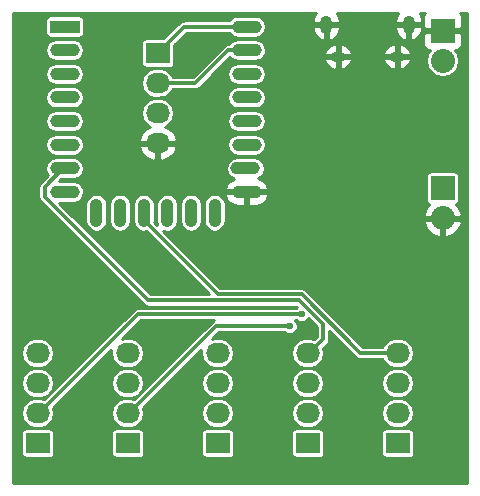
<source format=gbl>
%TF.GenerationSoftware,KiCad,Pcbnew,4.0.2+dfsg1-stable*%
%TF.CreationDate,2016-09-15T08:37:13+02:00*%
%TF.ProjectId,esp8266-io-board,657370383236362D696F2D626F617264,rev?*%
%TF.FileFunction,Copper,L2,Bot,Signal*%
%FSLAX46Y46*%
G04 Gerber Fmt 4.6, Leading zero omitted, Abs format (unit mm)*
G04 Created by KiCad (PCBNEW 4.0.2+dfsg1-stable) date Thu Sep 15 08:37:13 2016*
%MOMM*%
G01*
G04 APERTURE LIST*
%ADD10C,0.350000*%
%ADD11O,1.250000X0.950000*%
%ADD12O,1.000000X1.550000*%
%ADD13R,2.032000X1.727200*%
%ADD14O,2.032000X1.727200*%
%ADD15R,2.032000X2.032000*%
%ADD16O,2.032000X2.032000*%
%ADD17R,2.500000X1.100000*%
%ADD18O,2.500000X1.100000*%
%ADD19O,1.100000X2.400000*%
%ADD20C,0.600000*%
%ADD21C,0.304800*%
%ADD22C,0.254000*%
%ADD23C,0.350000*%
%ADD24O,0.850000X0.550000*%
%ADD25O,0.500000X1.150000*%
G04 APERTURE END LIST*
D10*
D11*
X159979900Y-80302540D03*
X154979900Y-80302540D03*
D12*
X160979900Y-77602540D03*
X153979900Y-77602540D03*
D13*
X144780000Y-113030000D03*
D14*
X144780000Y-110490000D03*
X144780000Y-107950000D03*
X144780000Y-105410000D03*
D13*
X137160000Y-113030000D03*
D14*
X137160000Y-110490000D03*
X137160000Y-107950000D03*
X137160000Y-105410000D03*
D13*
X129540000Y-113030000D03*
D14*
X129540000Y-110490000D03*
X129540000Y-107950000D03*
X129540000Y-105410000D03*
D13*
X152400000Y-113030000D03*
D14*
X152400000Y-110490000D03*
X152400000Y-107950000D03*
X152400000Y-105410000D03*
D13*
X160020000Y-113030000D03*
D14*
X160020000Y-110490000D03*
X160020000Y-107950000D03*
X160020000Y-105410000D03*
D15*
X163830000Y-78105000D03*
D16*
X163830000Y-80645000D03*
D17*
X131837000Y-77766300D03*
D18*
X131837000Y-79766300D03*
X131837000Y-81766300D03*
X131837000Y-83766300D03*
X131837000Y-85766300D03*
X131837000Y-87766300D03*
X131837000Y-89766300D03*
X131837000Y-91766300D03*
D19*
X134527000Y-93516300D03*
X136527000Y-93516300D03*
X138527000Y-93516300D03*
X140527000Y-93516300D03*
X142527000Y-93516300D03*
X144527000Y-93516300D03*
D18*
X147237000Y-91766300D03*
X147137000Y-89766300D03*
X147237000Y-87766300D03*
X147237000Y-85766300D03*
X147237000Y-83766300D03*
X147237000Y-81766300D03*
X147237000Y-79766300D03*
X147237000Y-77766300D03*
D15*
X163830000Y-91440000D03*
D16*
X163830000Y-93980000D03*
D13*
X139700000Y-80010000D03*
D14*
X139700000Y-82550000D03*
X139700000Y-85090000D03*
X139700000Y-87630000D03*
D20*
X153416000Y-100329994D03*
X146303994Y-99568000D03*
X156248000Y-93980000D03*
X154616000Y-90866700D03*
X151892006Y-102108000D03*
X150876000Y-103124000D03*
D21*
X142898000Y-82550000D02*
X139700000Y-82550000D01*
X145682000Y-79766300D02*
X142898000Y-82550000D01*
X146537000Y-79766300D02*
X145682000Y-79766300D01*
X141944000Y-77766300D02*
X139700000Y-80010000D01*
X146537000Y-77766300D02*
X141944000Y-77766300D01*
X138074400Y-102108000D02*
X138430000Y-102108000D01*
X138430000Y-102108000D02*
X151467742Y-102108000D01*
X129540000Y-110490000D02*
X129692400Y-110490000D01*
X129692400Y-110490000D02*
X138074400Y-102108000D01*
X151467742Y-102108000D02*
X151892006Y-102108000D01*
X144780000Y-103124000D02*
X150451736Y-103124000D01*
X137312400Y-110490000D02*
X144678400Y-103124000D01*
X137160000Y-110490000D02*
X137312400Y-110490000D01*
X144678400Y-103124000D02*
X144780000Y-103124000D01*
X150451736Y-103124000D02*
X150876000Y-103124000D01*
X152552400Y-105410000D02*
X152400000Y-105410000D01*
X130129790Y-92183500D02*
X138890678Y-100944388D01*
X138890678Y-100944388D02*
X151698680Y-100944388D01*
X153720800Y-102966508D02*
X153720800Y-104241600D01*
X132537000Y-89766300D02*
X131712590Y-89766300D01*
X131712590Y-89766300D02*
X130129790Y-91349100D01*
X153720800Y-104241600D02*
X152552400Y-105410000D01*
X130129790Y-91349100D02*
X130129790Y-92183500D01*
X151698680Y-100944388D02*
X153720800Y-102966508D01*
X138527000Y-93516300D02*
X138527000Y-94166300D01*
X158699200Y-105410000D02*
X160020000Y-105410000D01*
X156882728Y-105410000D02*
X158699200Y-105410000D01*
X151909105Y-100436377D02*
X156882728Y-105410000D01*
X138527000Y-94166300D02*
X144797077Y-100436377D01*
X144797077Y-100436377D02*
X151909105Y-100436377D01*
X129540000Y-107950000D02*
X129692400Y-107950000D01*
X137160000Y-107950000D02*
X137312400Y-107950000D01*
D22*
G36*
X152979898Y-76775862D02*
X152844900Y-77200540D01*
X152844900Y-77475540D01*
X153852900Y-77475540D01*
X153852900Y-77455540D01*
X154106900Y-77455540D01*
X154106900Y-77475540D01*
X155114900Y-77475540D01*
X155114900Y-77200540D01*
X154979902Y-76775862D01*
X154878845Y-76656000D01*
X160080955Y-76656000D01*
X159979898Y-76775862D01*
X159844900Y-77200540D01*
X159844900Y-77475540D01*
X160852900Y-77475540D01*
X160852900Y-77455540D01*
X161106900Y-77455540D01*
X161106900Y-77475540D01*
X162114900Y-77475540D01*
X162114900Y-77200540D01*
X161979902Y-76775862D01*
X161878845Y-76656000D01*
X162348974Y-76656000D01*
X162275673Y-76729301D01*
X162179000Y-76962690D01*
X162179000Y-77819250D01*
X162337750Y-77978000D01*
X163703000Y-77978000D01*
X163703000Y-77958000D01*
X163957000Y-77958000D01*
X163957000Y-77978000D01*
X165322250Y-77978000D01*
X165481000Y-77819250D01*
X165481000Y-76962690D01*
X165384327Y-76729301D01*
X165311026Y-76656000D01*
X165914000Y-76656000D01*
X165914000Y-116384000D01*
X127456000Y-116384000D01*
X127456000Y-112166400D01*
X128135536Y-112166400D01*
X128135536Y-113893600D01*
X128162103Y-114034790D01*
X128245546Y-114164465D01*
X128372866Y-114251459D01*
X128524000Y-114282064D01*
X130556000Y-114282064D01*
X130697190Y-114255497D01*
X130826865Y-114172054D01*
X130913859Y-114044734D01*
X130944464Y-113893600D01*
X130944464Y-112166400D01*
X135755536Y-112166400D01*
X135755536Y-113893600D01*
X135782103Y-114034790D01*
X135865546Y-114164465D01*
X135992866Y-114251459D01*
X136144000Y-114282064D01*
X138176000Y-114282064D01*
X138317190Y-114255497D01*
X138446865Y-114172054D01*
X138533859Y-114044734D01*
X138564464Y-113893600D01*
X138564464Y-112166400D01*
X143375536Y-112166400D01*
X143375536Y-113893600D01*
X143402103Y-114034790D01*
X143485546Y-114164465D01*
X143612866Y-114251459D01*
X143764000Y-114282064D01*
X145796000Y-114282064D01*
X145937190Y-114255497D01*
X146066865Y-114172054D01*
X146153859Y-114044734D01*
X146184464Y-113893600D01*
X146184464Y-112166400D01*
X150995536Y-112166400D01*
X150995536Y-113893600D01*
X151022103Y-114034790D01*
X151105546Y-114164465D01*
X151232866Y-114251459D01*
X151384000Y-114282064D01*
X153416000Y-114282064D01*
X153557190Y-114255497D01*
X153686865Y-114172054D01*
X153773859Y-114044734D01*
X153804464Y-113893600D01*
X153804464Y-112166400D01*
X158615536Y-112166400D01*
X158615536Y-113893600D01*
X158642103Y-114034790D01*
X158725546Y-114164465D01*
X158852866Y-114251459D01*
X159004000Y-114282064D01*
X161036000Y-114282064D01*
X161177190Y-114255497D01*
X161306865Y-114172054D01*
X161393859Y-114044734D01*
X161424464Y-113893600D01*
X161424464Y-112166400D01*
X161397897Y-112025210D01*
X161314454Y-111895535D01*
X161187134Y-111808541D01*
X161036000Y-111777936D01*
X159004000Y-111777936D01*
X158862810Y-111804503D01*
X158733135Y-111887946D01*
X158646141Y-112015266D01*
X158615536Y-112166400D01*
X153804464Y-112166400D01*
X153777897Y-112025210D01*
X153694454Y-111895535D01*
X153567134Y-111808541D01*
X153416000Y-111777936D01*
X151384000Y-111777936D01*
X151242810Y-111804503D01*
X151113135Y-111887946D01*
X151026141Y-112015266D01*
X150995536Y-112166400D01*
X146184464Y-112166400D01*
X146157897Y-112025210D01*
X146074454Y-111895535D01*
X145947134Y-111808541D01*
X145796000Y-111777936D01*
X143764000Y-111777936D01*
X143622810Y-111804503D01*
X143493135Y-111887946D01*
X143406141Y-112015266D01*
X143375536Y-112166400D01*
X138564464Y-112166400D01*
X138537897Y-112025210D01*
X138454454Y-111895535D01*
X138327134Y-111808541D01*
X138176000Y-111777936D01*
X136144000Y-111777936D01*
X136002810Y-111804503D01*
X135873135Y-111887946D01*
X135786141Y-112015266D01*
X135755536Y-112166400D01*
X130944464Y-112166400D01*
X130917897Y-112025210D01*
X130834454Y-111895535D01*
X130707134Y-111808541D01*
X130556000Y-111777936D01*
X128524000Y-111777936D01*
X128382810Y-111804503D01*
X128253135Y-111887946D01*
X128166141Y-112015266D01*
X128135536Y-112166400D01*
X127456000Y-112166400D01*
X127456000Y-107950000D01*
X128115631Y-107950000D01*
X128210371Y-108426288D01*
X128480166Y-108830065D01*
X128883943Y-109099860D01*
X129360231Y-109194600D01*
X129719769Y-109194600D01*
X130196057Y-109099860D01*
X130594286Y-108833772D01*
X130105859Y-109322199D01*
X129719769Y-109245400D01*
X129360231Y-109245400D01*
X128883943Y-109340140D01*
X128480166Y-109609935D01*
X128210371Y-110013712D01*
X128115631Y-110490000D01*
X128210371Y-110966288D01*
X128480166Y-111370065D01*
X128883943Y-111639860D01*
X129360231Y-111734600D01*
X129719769Y-111734600D01*
X130196057Y-111639860D01*
X130599834Y-111370065D01*
X130869629Y-110966288D01*
X130964369Y-110490000D01*
X130878489Y-110058253D01*
X135787499Y-105149243D01*
X135735631Y-105410000D01*
X135830371Y-105886288D01*
X136100166Y-106290065D01*
X136503943Y-106559860D01*
X136980231Y-106654600D01*
X137339769Y-106654600D01*
X137816057Y-106559860D01*
X138219834Y-106290065D01*
X138489629Y-105886288D01*
X138584369Y-105410000D01*
X138489629Y-104933712D01*
X138219834Y-104529935D01*
X137816057Y-104260140D01*
X137339769Y-104165400D01*
X136980231Y-104165400D01*
X136719474Y-104217268D01*
X138295342Y-102641400D01*
X144459016Y-102641400D01*
X144301229Y-102746829D01*
X138223541Y-108824517D01*
X138489629Y-108426288D01*
X138584369Y-107950000D01*
X138489629Y-107473712D01*
X138219834Y-107069935D01*
X137816057Y-106800140D01*
X137339769Y-106705400D01*
X136980231Y-106705400D01*
X136503943Y-106800140D01*
X136100166Y-107069935D01*
X135830371Y-107473712D01*
X135735631Y-107950000D01*
X135830371Y-108426288D01*
X136100166Y-108830065D01*
X136503943Y-109099860D01*
X136980231Y-109194600D01*
X137339769Y-109194600D01*
X137816057Y-109099860D01*
X138214286Y-108833772D01*
X137725859Y-109322199D01*
X137339769Y-109245400D01*
X136980231Y-109245400D01*
X136503943Y-109340140D01*
X136100166Y-109609935D01*
X135830371Y-110013712D01*
X135735631Y-110490000D01*
X135830371Y-110966288D01*
X136100166Y-111370065D01*
X136503943Y-111639860D01*
X136980231Y-111734600D01*
X137339769Y-111734600D01*
X137816057Y-111639860D01*
X138219834Y-111370065D01*
X138489629Y-110966288D01*
X138584369Y-110490000D01*
X143355631Y-110490000D01*
X143450371Y-110966288D01*
X143720166Y-111370065D01*
X144123943Y-111639860D01*
X144600231Y-111734600D01*
X144959769Y-111734600D01*
X145436057Y-111639860D01*
X145839834Y-111370065D01*
X146109629Y-110966288D01*
X146204369Y-110490000D01*
X150975631Y-110490000D01*
X151070371Y-110966288D01*
X151340166Y-111370065D01*
X151743943Y-111639860D01*
X152220231Y-111734600D01*
X152579769Y-111734600D01*
X153056057Y-111639860D01*
X153459834Y-111370065D01*
X153729629Y-110966288D01*
X153824369Y-110490000D01*
X158595631Y-110490000D01*
X158690371Y-110966288D01*
X158960166Y-111370065D01*
X159363943Y-111639860D01*
X159840231Y-111734600D01*
X160199769Y-111734600D01*
X160676057Y-111639860D01*
X161079834Y-111370065D01*
X161349629Y-110966288D01*
X161444369Y-110490000D01*
X161349629Y-110013712D01*
X161079834Y-109609935D01*
X160676057Y-109340140D01*
X160199769Y-109245400D01*
X159840231Y-109245400D01*
X159363943Y-109340140D01*
X158960166Y-109609935D01*
X158690371Y-110013712D01*
X158595631Y-110490000D01*
X153824369Y-110490000D01*
X153729629Y-110013712D01*
X153459834Y-109609935D01*
X153056057Y-109340140D01*
X152579769Y-109245400D01*
X152220231Y-109245400D01*
X151743943Y-109340140D01*
X151340166Y-109609935D01*
X151070371Y-110013712D01*
X150975631Y-110490000D01*
X146204369Y-110490000D01*
X146109629Y-110013712D01*
X145839834Y-109609935D01*
X145436057Y-109340140D01*
X144959769Y-109245400D01*
X144600231Y-109245400D01*
X144123943Y-109340140D01*
X143720166Y-109609935D01*
X143450371Y-110013712D01*
X143355631Y-110490000D01*
X138584369Y-110490000D01*
X138498489Y-110058253D01*
X140606742Y-107950000D01*
X143355631Y-107950000D01*
X143450371Y-108426288D01*
X143720166Y-108830065D01*
X144123943Y-109099860D01*
X144600231Y-109194600D01*
X144959769Y-109194600D01*
X145436057Y-109099860D01*
X145839834Y-108830065D01*
X146109629Y-108426288D01*
X146204369Y-107950000D01*
X150975631Y-107950000D01*
X151070371Y-108426288D01*
X151340166Y-108830065D01*
X151743943Y-109099860D01*
X152220231Y-109194600D01*
X152579769Y-109194600D01*
X153056057Y-109099860D01*
X153459834Y-108830065D01*
X153729629Y-108426288D01*
X153824369Y-107950000D01*
X158595631Y-107950000D01*
X158690371Y-108426288D01*
X158960166Y-108830065D01*
X159363943Y-109099860D01*
X159840231Y-109194600D01*
X160199769Y-109194600D01*
X160676057Y-109099860D01*
X161079834Y-108830065D01*
X161349629Y-108426288D01*
X161444369Y-107950000D01*
X161349629Y-107473712D01*
X161079834Y-107069935D01*
X160676057Y-106800140D01*
X160199769Y-106705400D01*
X159840231Y-106705400D01*
X159363943Y-106800140D01*
X158960166Y-107069935D01*
X158690371Y-107473712D01*
X158595631Y-107950000D01*
X153824369Y-107950000D01*
X153729629Y-107473712D01*
X153459834Y-107069935D01*
X153056057Y-106800140D01*
X152579769Y-106705400D01*
X152220231Y-106705400D01*
X151743943Y-106800140D01*
X151340166Y-107069935D01*
X151070371Y-107473712D01*
X150975631Y-107950000D01*
X146204369Y-107950000D01*
X146109629Y-107473712D01*
X145839834Y-107069935D01*
X145436057Y-106800140D01*
X144959769Y-106705400D01*
X144600231Y-106705400D01*
X144123943Y-106800140D01*
X143720166Y-107069935D01*
X143450371Y-107473712D01*
X143355631Y-107950000D01*
X140606742Y-107950000D01*
X143407499Y-105149243D01*
X143355631Y-105410000D01*
X143450371Y-105886288D01*
X143720166Y-106290065D01*
X144123943Y-106559860D01*
X144600231Y-106654600D01*
X144959769Y-106654600D01*
X145436057Y-106559860D01*
X145839834Y-106290065D01*
X146109629Y-105886288D01*
X146204369Y-105410000D01*
X146109629Y-104933712D01*
X145839834Y-104529935D01*
X145436057Y-104260140D01*
X144959769Y-104165400D01*
X144600231Y-104165400D01*
X144339474Y-104217268D01*
X144899342Y-103657400D01*
X150446230Y-103657400D01*
X150489741Y-103700987D01*
X150739946Y-103804882D01*
X151010865Y-103805118D01*
X151261252Y-103701661D01*
X151452987Y-103510259D01*
X151556882Y-103260054D01*
X151557118Y-102989135D01*
X151453661Y-102738748D01*
X151356482Y-102641400D01*
X151462236Y-102641400D01*
X151505747Y-102684987D01*
X151755952Y-102788882D01*
X152026871Y-102789118D01*
X152277258Y-102685661D01*
X152468993Y-102494259D01*
X152476392Y-102476441D01*
X153187400Y-103187449D01*
X153187400Y-104020658D01*
X152965859Y-104242199D01*
X152579769Y-104165400D01*
X152220231Y-104165400D01*
X151743943Y-104260140D01*
X151340166Y-104529935D01*
X151070371Y-104933712D01*
X150975631Y-105410000D01*
X151070371Y-105886288D01*
X151340166Y-106290065D01*
X151743943Y-106559860D01*
X152220231Y-106654600D01*
X152579769Y-106654600D01*
X153056057Y-106559860D01*
X153459834Y-106290065D01*
X153729629Y-105886288D01*
X153824369Y-105410000D01*
X153738489Y-104978253D01*
X154097971Y-104618771D01*
X154213597Y-104445723D01*
X154254200Y-104241600D01*
X154254200Y-103535814D01*
X156505557Y-105787171D01*
X156678605Y-105902797D01*
X156882728Y-105943400D01*
X158728532Y-105943400D01*
X158960166Y-106290065D01*
X159363943Y-106559860D01*
X159840231Y-106654600D01*
X160199769Y-106654600D01*
X160676057Y-106559860D01*
X161079834Y-106290065D01*
X161349629Y-105886288D01*
X161444369Y-105410000D01*
X161349629Y-104933712D01*
X161079834Y-104529935D01*
X160676057Y-104260140D01*
X160199769Y-104165400D01*
X159840231Y-104165400D01*
X159363943Y-104260140D01*
X158960166Y-104529935D01*
X158728532Y-104876600D01*
X157103670Y-104876600D01*
X152286276Y-100059206D01*
X152113228Y-99943580D01*
X151909105Y-99902977D01*
X145018019Y-99902977D01*
X140172877Y-95057835D01*
X140527000Y-95128274D01*
X140883278Y-95057406D01*
X141185316Y-94855590D01*
X141387132Y-94553552D01*
X141458000Y-94197274D01*
X141458000Y-92835326D01*
X141596000Y-92835326D01*
X141596000Y-94197274D01*
X141666868Y-94553552D01*
X141868684Y-94855590D01*
X142170722Y-95057406D01*
X142527000Y-95128274D01*
X142883278Y-95057406D01*
X143185316Y-94855590D01*
X143387132Y-94553552D01*
X143458000Y-94197274D01*
X143458000Y-92835326D01*
X143596000Y-92835326D01*
X143596000Y-94197274D01*
X143666868Y-94553552D01*
X143868684Y-94855590D01*
X144170722Y-95057406D01*
X144527000Y-95128274D01*
X144883278Y-95057406D01*
X145185316Y-94855590D01*
X145387132Y-94553552D01*
X145425046Y-94362944D01*
X162224025Y-94362944D01*
X162423615Y-94844818D01*
X162861621Y-95317188D01*
X163447054Y-95585983D01*
X163703000Y-95467367D01*
X163703000Y-94107000D01*
X163957000Y-94107000D01*
X163957000Y-95467367D01*
X164212946Y-95585983D01*
X164798379Y-95317188D01*
X165236385Y-94844818D01*
X165435975Y-94362944D01*
X165316836Y-94107000D01*
X163957000Y-94107000D01*
X163703000Y-94107000D01*
X162343164Y-94107000D01*
X162224025Y-94362944D01*
X145425046Y-94362944D01*
X145458000Y-94197274D01*
X145458000Y-93597056D01*
X162224025Y-93597056D01*
X162343164Y-93853000D01*
X163703000Y-93853000D01*
X163703000Y-93833000D01*
X163957000Y-93833000D01*
X163957000Y-93853000D01*
X165316836Y-93853000D01*
X165435975Y-93597056D01*
X165236385Y-93115182D01*
X164964658Y-92822137D01*
X164987190Y-92817897D01*
X165116865Y-92734454D01*
X165203859Y-92607134D01*
X165234464Y-92456000D01*
X165234464Y-90424000D01*
X165207897Y-90282810D01*
X165124454Y-90153135D01*
X164997134Y-90066141D01*
X164846000Y-90035536D01*
X162814000Y-90035536D01*
X162672810Y-90062103D01*
X162543135Y-90145546D01*
X162456141Y-90272866D01*
X162425536Y-90424000D01*
X162425536Y-92456000D01*
X162452103Y-92597190D01*
X162535546Y-92726865D01*
X162662866Y-92813859D01*
X162696670Y-92820704D01*
X162423615Y-93115182D01*
X162224025Y-93597056D01*
X145458000Y-93597056D01*
X145458000Y-92835326D01*
X145387132Y-92479048D01*
X145185316Y-92177010D01*
X145034211Y-92076044D01*
X145393197Y-92076044D01*
X145393602Y-92102446D01*
X145609276Y-92514418D01*
X145966187Y-92812496D01*
X146410000Y-92951300D01*
X147110000Y-92951300D01*
X147110000Y-91893300D01*
X147364000Y-91893300D01*
X147364000Y-92951300D01*
X148064000Y-92951300D01*
X148507813Y-92812496D01*
X148864724Y-92514418D01*
X149080398Y-92102446D01*
X149080803Y-92076044D01*
X148955361Y-91893300D01*
X147364000Y-91893300D01*
X147110000Y-91893300D01*
X145518639Y-91893300D01*
X145393197Y-92076044D01*
X145034211Y-92076044D01*
X144883278Y-91975194D01*
X144527000Y-91904326D01*
X144170722Y-91975194D01*
X143868684Y-92177010D01*
X143666868Y-92479048D01*
X143596000Y-92835326D01*
X143458000Y-92835326D01*
X143387132Y-92479048D01*
X143185316Y-92177010D01*
X142883278Y-91975194D01*
X142527000Y-91904326D01*
X142170722Y-91975194D01*
X141868684Y-92177010D01*
X141666868Y-92479048D01*
X141596000Y-92835326D01*
X141458000Y-92835326D01*
X141387132Y-92479048D01*
X141185316Y-92177010D01*
X140883278Y-91975194D01*
X140527000Y-91904326D01*
X140170722Y-91975194D01*
X139868684Y-92177010D01*
X139666868Y-92479048D01*
X139596000Y-92835326D01*
X139596000Y-94197274D01*
X139666439Y-94551397D01*
X139433829Y-94318787D01*
X139458000Y-94197274D01*
X139458000Y-92835326D01*
X139387132Y-92479048D01*
X139185316Y-92177010D01*
X138883278Y-91975194D01*
X138527000Y-91904326D01*
X138170722Y-91975194D01*
X137868684Y-92177010D01*
X137666868Y-92479048D01*
X137596000Y-92835326D01*
X137596000Y-94197274D01*
X137666868Y-94553552D01*
X137868684Y-94855590D01*
X138170722Y-95057406D01*
X138527000Y-95128274D01*
X138700184Y-95093826D01*
X144017346Y-100410988D01*
X139111619Y-100410988D01*
X131535958Y-92835326D01*
X133596000Y-92835326D01*
X133596000Y-94197274D01*
X133666868Y-94553552D01*
X133868684Y-94855590D01*
X134170722Y-95057406D01*
X134527000Y-95128274D01*
X134883278Y-95057406D01*
X135185316Y-94855590D01*
X135387132Y-94553552D01*
X135458000Y-94197274D01*
X135458000Y-92835326D01*
X135596000Y-92835326D01*
X135596000Y-94197274D01*
X135666868Y-94553552D01*
X135868684Y-94855590D01*
X136170722Y-95057406D01*
X136527000Y-95128274D01*
X136883278Y-95057406D01*
X137185316Y-94855590D01*
X137387132Y-94553552D01*
X137458000Y-94197274D01*
X137458000Y-92835326D01*
X137387132Y-92479048D01*
X137185316Y-92177010D01*
X136883278Y-91975194D01*
X136527000Y-91904326D01*
X136170722Y-91975194D01*
X135868684Y-92177010D01*
X135666868Y-92479048D01*
X135596000Y-92835326D01*
X135458000Y-92835326D01*
X135387132Y-92479048D01*
X135185316Y-92177010D01*
X134883278Y-91975194D01*
X134527000Y-91904326D01*
X134170722Y-91975194D01*
X133868684Y-92177010D01*
X133666868Y-92479048D01*
X133596000Y-92835326D01*
X131535958Y-92835326D01*
X131397932Y-92697300D01*
X132568953Y-92697300D01*
X132925231Y-92626432D01*
X133227269Y-92424616D01*
X133429085Y-92122578D01*
X133499953Y-91766300D01*
X133438342Y-91456556D01*
X145393197Y-91456556D01*
X145518639Y-91639300D01*
X147110000Y-91639300D01*
X147110000Y-91619300D01*
X147364000Y-91619300D01*
X147364000Y-91639300D01*
X148955361Y-91639300D01*
X149080803Y-91456556D01*
X149080398Y-91430154D01*
X148864724Y-91018182D01*
X148507813Y-90720104D01*
X148214885Y-90628490D01*
X148225231Y-90626432D01*
X148527269Y-90424616D01*
X148729085Y-90122578D01*
X148799953Y-89766300D01*
X148729085Y-89410022D01*
X148527269Y-89107984D01*
X148225231Y-88906168D01*
X147868953Y-88835300D01*
X146405047Y-88835300D01*
X146048769Y-88906168D01*
X145746731Y-89107984D01*
X145544915Y-89410022D01*
X145474047Y-89766300D01*
X145544915Y-90122578D01*
X145746731Y-90424616D01*
X146048769Y-90626432D01*
X146181364Y-90652807D01*
X145966187Y-90720104D01*
X145609276Y-91018182D01*
X145393602Y-91430154D01*
X145393197Y-91456556D01*
X133438342Y-91456556D01*
X133429085Y-91410022D01*
X133227269Y-91107984D01*
X132925231Y-90906168D01*
X132568953Y-90835300D01*
X131397932Y-90835300D01*
X131535932Y-90697300D01*
X132568953Y-90697300D01*
X132925231Y-90626432D01*
X133227269Y-90424616D01*
X133429085Y-90122578D01*
X133499953Y-89766300D01*
X133429085Y-89410022D01*
X133227269Y-89107984D01*
X132925231Y-88906168D01*
X132568953Y-88835300D01*
X131105047Y-88835300D01*
X130748769Y-88906168D01*
X130446731Y-89107984D01*
X130244915Y-89410022D01*
X130174047Y-89766300D01*
X130244915Y-90122578D01*
X130387931Y-90336617D01*
X129752619Y-90971929D01*
X129636993Y-91144977D01*
X129596390Y-91349100D01*
X129596390Y-92183500D01*
X129636993Y-92387623D01*
X129752619Y-92560671D01*
X138513505Y-101321556D01*
X138513507Y-101321559D01*
X138671135Y-101426882D01*
X138686555Y-101437185D01*
X138890678Y-101477789D01*
X138890683Y-101477788D01*
X151477738Y-101477788D01*
X151523408Y-101523458D01*
X151506754Y-101530339D01*
X151462416Y-101574600D01*
X138074400Y-101574600D01*
X137870277Y-101615203D01*
X137697229Y-101730829D01*
X130603541Y-108824517D01*
X130869629Y-108426288D01*
X130964369Y-107950000D01*
X130869629Y-107473712D01*
X130599834Y-107069935D01*
X130196057Y-106800140D01*
X129719769Y-106705400D01*
X129360231Y-106705400D01*
X128883943Y-106800140D01*
X128480166Y-107069935D01*
X128210371Y-107473712D01*
X128115631Y-107950000D01*
X127456000Y-107950000D01*
X127456000Y-105410000D01*
X128115631Y-105410000D01*
X128210371Y-105886288D01*
X128480166Y-106290065D01*
X128883943Y-106559860D01*
X129360231Y-106654600D01*
X129719769Y-106654600D01*
X130196057Y-106559860D01*
X130599834Y-106290065D01*
X130869629Y-105886288D01*
X130964369Y-105410000D01*
X130869629Y-104933712D01*
X130599834Y-104529935D01*
X130196057Y-104260140D01*
X129719769Y-104165400D01*
X129360231Y-104165400D01*
X128883943Y-104260140D01*
X128480166Y-104529935D01*
X128210371Y-104933712D01*
X128115631Y-105410000D01*
X127456000Y-105410000D01*
X127456000Y-87766300D01*
X130174047Y-87766300D01*
X130244915Y-88122578D01*
X130446731Y-88424616D01*
X130748769Y-88626432D01*
X131105047Y-88697300D01*
X132568953Y-88697300D01*
X132925231Y-88626432D01*
X133227269Y-88424616D01*
X133429085Y-88122578D01*
X133455650Y-87989026D01*
X138092642Y-87989026D01*
X138095291Y-88004791D01*
X138349268Y-88532036D01*
X138785680Y-88921954D01*
X139338087Y-89115184D01*
X139573000Y-88970924D01*
X139573000Y-87757000D01*
X139827000Y-87757000D01*
X139827000Y-88970924D01*
X140061913Y-89115184D01*
X140614320Y-88921954D01*
X141050732Y-88532036D01*
X141304709Y-88004791D01*
X141307358Y-87989026D01*
X141191073Y-87766300D01*
X145574047Y-87766300D01*
X145644915Y-88122578D01*
X145846731Y-88424616D01*
X146148769Y-88626432D01*
X146505047Y-88697300D01*
X147968953Y-88697300D01*
X148325231Y-88626432D01*
X148627269Y-88424616D01*
X148829085Y-88122578D01*
X148899953Y-87766300D01*
X148829085Y-87410022D01*
X148627269Y-87107984D01*
X148325231Y-86906168D01*
X147968953Y-86835300D01*
X146505047Y-86835300D01*
X146148769Y-86906168D01*
X145846731Y-87107984D01*
X145644915Y-87410022D01*
X145574047Y-87766300D01*
X141191073Y-87766300D01*
X141186217Y-87757000D01*
X139827000Y-87757000D01*
X139573000Y-87757000D01*
X138213783Y-87757000D01*
X138092642Y-87989026D01*
X133455650Y-87989026D01*
X133499953Y-87766300D01*
X133429085Y-87410022D01*
X133336176Y-87270974D01*
X138092642Y-87270974D01*
X138213783Y-87503000D01*
X139573000Y-87503000D01*
X139573000Y-87483000D01*
X139827000Y-87483000D01*
X139827000Y-87503000D01*
X141186217Y-87503000D01*
X141307358Y-87270974D01*
X141304709Y-87255209D01*
X141050732Y-86727964D01*
X140614320Y-86338046D01*
X140341757Y-86242704D01*
X140356057Y-86239860D01*
X140759834Y-85970065D01*
X140895985Y-85766300D01*
X145574047Y-85766300D01*
X145644915Y-86122578D01*
X145846731Y-86424616D01*
X146148769Y-86626432D01*
X146505047Y-86697300D01*
X147968953Y-86697300D01*
X148325231Y-86626432D01*
X148627269Y-86424616D01*
X148829085Y-86122578D01*
X148899953Y-85766300D01*
X148829085Y-85410022D01*
X148627269Y-85107984D01*
X148325231Y-84906168D01*
X147968953Y-84835300D01*
X146505047Y-84835300D01*
X146148769Y-84906168D01*
X145846731Y-85107984D01*
X145644915Y-85410022D01*
X145574047Y-85766300D01*
X140895985Y-85766300D01*
X141029629Y-85566288D01*
X141124369Y-85090000D01*
X141029629Y-84613712D01*
X140759834Y-84209935D01*
X140356057Y-83940140D01*
X139879769Y-83845400D01*
X139520231Y-83845400D01*
X139043943Y-83940140D01*
X138640166Y-84209935D01*
X138370371Y-84613712D01*
X138275631Y-85090000D01*
X138370371Y-85566288D01*
X138640166Y-85970065D01*
X139043943Y-86239860D01*
X139058243Y-86242704D01*
X138785680Y-86338046D01*
X138349268Y-86727964D01*
X138095291Y-87255209D01*
X138092642Y-87270974D01*
X133336176Y-87270974D01*
X133227269Y-87107984D01*
X132925231Y-86906168D01*
X132568953Y-86835300D01*
X131105047Y-86835300D01*
X130748769Y-86906168D01*
X130446731Y-87107984D01*
X130244915Y-87410022D01*
X130174047Y-87766300D01*
X127456000Y-87766300D01*
X127456000Y-85766300D01*
X130174047Y-85766300D01*
X130244915Y-86122578D01*
X130446731Y-86424616D01*
X130748769Y-86626432D01*
X131105047Y-86697300D01*
X132568953Y-86697300D01*
X132925231Y-86626432D01*
X133227269Y-86424616D01*
X133429085Y-86122578D01*
X133499953Y-85766300D01*
X133429085Y-85410022D01*
X133227269Y-85107984D01*
X132925231Y-84906168D01*
X132568953Y-84835300D01*
X131105047Y-84835300D01*
X130748769Y-84906168D01*
X130446731Y-85107984D01*
X130244915Y-85410022D01*
X130174047Y-85766300D01*
X127456000Y-85766300D01*
X127456000Y-83766300D01*
X130174047Y-83766300D01*
X130244915Y-84122578D01*
X130446731Y-84424616D01*
X130748769Y-84626432D01*
X131105047Y-84697300D01*
X132568953Y-84697300D01*
X132925231Y-84626432D01*
X133227269Y-84424616D01*
X133429085Y-84122578D01*
X133499953Y-83766300D01*
X133429085Y-83410022D01*
X133227269Y-83107984D01*
X132925231Y-82906168D01*
X132568953Y-82835300D01*
X131105047Y-82835300D01*
X130748769Y-82906168D01*
X130446731Y-83107984D01*
X130244915Y-83410022D01*
X130174047Y-83766300D01*
X127456000Y-83766300D01*
X127456000Y-81766300D01*
X130174047Y-81766300D01*
X130244915Y-82122578D01*
X130446731Y-82424616D01*
X130748769Y-82626432D01*
X131105047Y-82697300D01*
X132568953Y-82697300D01*
X132925231Y-82626432D01*
X133039619Y-82550000D01*
X138275631Y-82550000D01*
X138370371Y-83026288D01*
X138640166Y-83430065D01*
X139043943Y-83699860D01*
X139520231Y-83794600D01*
X139879769Y-83794600D01*
X140022042Y-83766300D01*
X145574047Y-83766300D01*
X145644915Y-84122578D01*
X145846731Y-84424616D01*
X146148769Y-84626432D01*
X146505047Y-84697300D01*
X147968953Y-84697300D01*
X148325231Y-84626432D01*
X148627269Y-84424616D01*
X148829085Y-84122578D01*
X148899953Y-83766300D01*
X148829085Y-83410022D01*
X148627269Y-83107984D01*
X148325231Y-82906168D01*
X147968953Y-82835300D01*
X146505047Y-82835300D01*
X146148769Y-82906168D01*
X145846731Y-83107984D01*
X145644915Y-83410022D01*
X145574047Y-83766300D01*
X140022042Y-83766300D01*
X140356057Y-83699860D01*
X140759834Y-83430065D01*
X140991468Y-83083400D01*
X142898000Y-83083400D01*
X142999508Y-83063208D01*
X143102097Y-83042808D01*
X143102109Y-83042800D01*
X143102123Y-83042797D01*
X143191457Y-82983106D01*
X143275150Y-82927191D01*
X143275168Y-82927173D01*
X143275171Y-82927171D01*
X143275173Y-82927168D01*
X144436166Y-81766300D01*
X145574047Y-81766300D01*
X145644915Y-82122578D01*
X145846731Y-82424616D01*
X146148769Y-82626432D01*
X146505047Y-82697300D01*
X147968953Y-82697300D01*
X148325231Y-82626432D01*
X148627269Y-82424616D01*
X148829085Y-82122578D01*
X148899953Y-81766300D01*
X148829085Y-81410022D01*
X148627269Y-81107984D01*
X148325231Y-80906168D01*
X147968953Y-80835300D01*
X146505047Y-80835300D01*
X146148769Y-80906168D01*
X145846731Y-81107984D01*
X145644915Y-81410022D01*
X145574047Y-81766300D01*
X144436166Y-81766300D01*
X145819201Y-80383414D01*
X145846731Y-80424616D01*
X146148769Y-80626432D01*
X146505047Y-80697300D01*
X147968953Y-80697300D01*
X148325231Y-80626432D01*
X148364073Y-80600478D01*
X153760632Y-80600478D01*
X153944348Y-80974361D01*
X154268851Y-81262108D01*
X154678769Y-81403769D01*
X154852900Y-81255103D01*
X154852900Y-80429540D01*
X155106900Y-80429540D01*
X155106900Y-81255103D01*
X155281031Y-81403769D01*
X155690949Y-81262108D01*
X156015452Y-80974361D01*
X156199168Y-80600478D01*
X158760632Y-80600478D01*
X158944348Y-80974361D01*
X159268851Y-81262108D01*
X159678769Y-81403769D01*
X159852900Y-81255103D01*
X159852900Y-80429540D01*
X160106900Y-80429540D01*
X160106900Y-81255103D01*
X160281031Y-81403769D01*
X160690949Y-81262108D01*
X161015452Y-80974361D01*
X161199168Y-80600478D01*
X161072634Y-80429540D01*
X160106900Y-80429540D01*
X159852900Y-80429540D01*
X158887166Y-80429540D01*
X158760632Y-80600478D01*
X156199168Y-80600478D01*
X156072634Y-80429540D01*
X155106900Y-80429540D01*
X154852900Y-80429540D01*
X153887166Y-80429540D01*
X153760632Y-80600478D01*
X148364073Y-80600478D01*
X148627269Y-80424616D01*
X148829085Y-80122578D01*
X148852551Y-80004602D01*
X153760632Y-80004602D01*
X153887166Y-80175540D01*
X154852900Y-80175540D01*
X154852900Y-79349977D01*
X155106900Y-79349977D01*
X155106900Y-80175540D01*
X156072634Y-80175540D01*
X156199168Y-80004602D01*
X158760632Y-80004602D01*
X158887166Y-80175540D01*
X159852900Y-80175540D01*
X159852900Y-79349977D01*
X160106900Y-79349977D01*
X160106900Y-80175540D01*
X161072634Y-80175540D01*
X161199168Y-80004602D01*
X161015452Y-79630719D01*
X160690949Y-79342972D01*
X160281031Y-79201311D01*
X160106900Y-79349977D01*
X159852900Y-79349977D01*
X159678769Y-79201311D01*
X159268851Y-79342972D01*
X158944348Y-79630719D01*
X158760632Y-80004602D01*
X156199168Y-80004602D01*
X156015452Y-79630719D01*
X155690949Y-79342972D01*
X155281031Y-79201311D01*
X155106900Y-79349977D01*
X154852900Y-79349977D01*
X154678769Y-79201311D01*
X154268851Y-79342972D01*
X153944348Y-79630719D01*
X153760632Y-80004602D01*
X148852551Y-80004602D01*
X148899953Y-79766300D01*
X148829085Y-79410022D01*
X148627269Y-79107984D01*
X148325231Y-78906168D01*
X147968953Y-78835300D01*
X146505047Y-78835300D01*
X146148769Y-78906168D01*
X145846731Y-79107984D01*
X145763265Y-79232900D01*
X145682000Y-79232900D01*
X145582281Y-79252735D01*
X145477903Y-79273492D01*
X145477891Y-79273500D01*
X145477877Y-79273503D01*
X145393132Y-79330127D01*
X145304849Y-79389109D01*
X142677076Y-82016600D01*
X140991468Y-82016600D01*
X140759834Y-81669935D01*
X140356057Y-81400140D01*
X139879769Y-81305400D01*
X139520231Y-81305400D01*
X139043943Y-81400140D01*
X138640166Y-81669935D01*
X138370371Y-82073712D01*
X138275631Y-82550000D01*
X133039619Y-82550000D01*
X133227269Y-82424616D01*
X133429085Y-82122578D01*
X133499953Y-81766300D01*
X133429085Y-81410022D01*
X133227269Y-81107984D01*
X132925231Y-80906168D01*
X132568953Y-80835300D01*
X131105047Y-80835300D01*
X130748769Y-80906168D01*
X130446731Y-81107984D01*
X130244915Y-81410022D01*
X130174047Y-81766300D01*
X127456000Y-81766300D01*
X127456000Y-79766300D01*
X130174047Y-79766300D01*
X130244915Y-80122578D01*
X130446731Y-80424616D01*
X130748769Y-80626432D01*
X131105047Y-80697300D01*
X132568953Y-80697300D01*
X132925231Y-80626432D01*
X133227269Y-80424616D01*
X133429085Y-80122578D01*
X133499953Y-79766300D01*
X133429085Y-79410022D01*
X133252938Y-79146400D01*
X138295536Y-79146400D01*
X138295536Y-80873600D01*
X138322103Y-81014790D01*
X138405546Y-81144465D01*
X138532866Y-81231459D01*
X138684000Y-81262064D01*
X140716000Y-81262064D01*
X140857190Y-81235497D01*
X140986865Y-81152054D01*
X141073859Y-81024734D01*
X141104464Y-80873600D01*
X141104464Y-79360015D01*
X142164920Y-78299700D01*
X145763265Y-78299700D01*
X145846731Y-78424616D01*
X146148769Y-78626432D01*
X146505047Y-78697300D01*
X147968953Y-78697300D01*
X148325231Y-78626432D01*
X148627269Y-78424616D01*
X148829085Y-78122578D01*
X148899953Y-77766300D01*
X148892641Y-77729540D01*
X152844900Y-77729540D01*
X152844900Y-78004540D01*
X152979898Y-78429218D01*
X153267137Y-78769908D01*
X153678026Y-78971659D01*
X153852900Y-78845494D01*
X153852900Y-77729540D01*
X154106900Y-77729540D01*
X154106900Y-78845494D01*
X154281774Y-78971659D01*
X154692663Y-78769908D01*
X154979902Y-78429218D01*
X155114900Y-78004540D01*
X155114900Y-77729540D01*
X159844900Y-77729540D01*
X159844900Y-78004540D01*
X159979898Y-78429218D01*
X160267137Y-78769908D01*
X160678026Y-78971659D01*
X160852900Y-78845494D01*
X160852900Y-77729540D01*
X161106900Y-77729540D01*
X161106900Y-78845494D01*
X161281774Y-78971659D01*
X161692663Y-78769908D01*
X161979902Y-78429218D01*
X161992130Y-78390750D01*
X162179000Y-78390750D01*
X162179000Y-79247310D01*
X162275673Y-79480699D01*
X162454302Y-79659327D01*
X162687691Y-79756000D01*
X162748768Y-79756000D01*
X162511971Y-80110391D01*
X162405631Y-80645000D01*
X162511971Y-81179609D01*
X162814803Y-81632828D01*
X163268022Y-81935660D01*
X163802631Y-82042000D01*
X163857369Y-82042000D01*
X164391978Y-81935660D01*
X164845197Y-81632828D01*
X165148029Y-81179609D01*
X165254369Y-80645000D01*
X165148029Y-80110391D01*
X164911232Y-79756000D01*
X164972309Y-79756000D01*
X165205698Y-79659327D01*
X165384327Y-79480699D01*
X165481000Y-79247310D01*
X165481000Y-78390750D01*
X165322250Y-78232000D01*
X163957000Y-78232000D01*
X163957000Y-78252000D01*
X163703000Y-78252000D01*
X163703000Y-78232000D01*
X162337750Y-78232000D01*
X162179000Y-78390750D01*
X161992130Y-78390750D01*
X162114900Y-78004540D01*
X162114900Y-77729540D01*
X161106900Y-77729540D01*
X160852900Y-77729540D01*
X159844900Y-77729540D01*
X155114900Y-77729540D01*
X154106900Y-77729540D01*
X153852900Y-77729540D01*
X152844900Y-77729540D01*
X148892641Y-77729540D01*
X148829085Y-77410022D01*
X148627269Y-77107984D01*
X148325231Y-76906168D01*
X147968953Y-76835300D01*
X146505047Y-76835300D01*
X146148769Y-76906168D01*
X145846731Y-77107984D01*
X145763265Y-77232900D01*
X141944000Y-77232900D01*
X141836530Y-77254277D01*
X141739910Y-77273490D01*
X141739896Y-77273499D01*
X141739877Y-77273503D01*
X141649620Y-77333810D01*
X141566854Y-77389104D01*
X140197839Y-78757936D01*
X138684000Y-78757936D01*
X138542810Y-78784503D01*
X138413135Y-78867946D01*
X138326141Y-78995266D01*
X138295536Y-79146400D01*
X133252938Y-79146400D01*
X133227269Y-79107984D01*
X132925231Y-78906168D01*
X132568953Y-78835300D01*
X131105047Y-78835300D01*
X130748769Y-78906168D01*
X130446731Y-79107984D01*
X130244915Y-79410022D01*
X130174047Y-79766300D01*
X127456000Y-79766300D01*
X127456000Y-77216300D01*
X130198536Y-77216300D01*
X130198536Y-78316300D01*
X130225103Y-78457490D01*
X130308546Y-78587165D01*
X130435866Y-78674159D01*
X130587000Y-78704764D01*
X133087000Y-78704764D01*
X133228190Y-78678197D01*
X133357865Y-78594754D01*
X133444859Y-78467434D01*
X133475464Y-78316300D01*
X133475464Y-77216300D01*
X133448897Y-77075110D01*
X133365454Y-76945435D01*
X133238134Y-76858441D01*
X133087000Y-76827836D01*
X130587000Y-76827836D01*
X130445810Y-76854403D01*
X130316135Y-76937846D01*
X130229141Y-77065166D01*
X130198536Y-77216300D01*
X127456000Y-77216300D01*
X127456000Y-76656000D01*
X153080955Y-76656000D01*
X152979898Y-76775862D01*
X152979898Y-76775862D01*
G37*
X152979898Y-76775862D02*
X152844900Y-77200540D01*
X152844900Y-77475540D01*
X153852900Y-77475540D01*
X153852900Y-77455540D01*
X154106900Y-77455540D01*
X154106900Y-77475540D01*
X155114900Y-77475540D01*
X155114900Y-77200540D01*
X154979902Y-76775862D01*
X154878845Y-76656000D01*
X160080955Y-76656000D01*
X159979898Y-76775862D01*
X159844900Y-77200540D01*
X159844900Y-77475540D01*
X160852900Y-77475540D01*
X160852900Y-77455540D01*
X161106900Y-77455540D01*
X161106900Y-77475540D01*
X162114900Y-77475540D01*
X162114900Y-77200540D01*
X161979902Y-76775862D01*
X161878845Y-76656000D01*
X162348974Y-76656000D01*
X162275673Y-76729301D01*
X162179000Y-76962690D01*
X162179000Y-77819250D01*
X162337750Y-77978000D01*
X163703000Y-77978000D01*
X163703000Y-77958000D01*
X163957000Y-77958000D01*
X163957000Y-77978000D01*
X165322250Y-77978000D01*
X165481000Y-77819250D01*
X165481000Y-76962690D01*
X165384327Y-76729301D01*
X165311026Y-76656000D01*
X165914000Y-76656000D01*
X165914000Y-116384000D01*
X127456000Y-116384000D01*
X127456000Y-112166400D01*
X128135536Y-112166400D01*
X128135536Y-113893600D01*
X128162103Y-114034790D01*
X128245546Y-114164465D01*
X128372866Y-114251459D01*
X128524000Y-114282064D01*
X130556000Y-114282064D01*
X130697190Y-114255497D01*
X130826865Y-114172054D01*
X130913859Y-114044734D01*
X130944464Y-113893600D01*
X130944464Y-112166400D01*
X135755536Y-112166400D01*
X135755536Y-113893600D01*
X135782103Y-114034790D01*
X135865546Y-114164465D01*
X135992866Y-114251459D01*
X136144000Y-114282064D01*
X138176000Y-114282064D01*
X138317190Y-114255497D01*
X138446865Y-114172054D01*
X138533859Y-114044734D01*
X138564464Y-113893600D01*
X138564464Y-112166400D01*
X143375536Y-112166400D01*
X143375536Y-113893600D01*
X143402103Y-114034790D01*
X143485546Y-114164465D01*
X143612866Y-114251459D01*
X143764000Y-114282064D01*
X145796000Y-114282064D01*
X145937190Y-114255497D01*
X146066865Y-114172054D01*
X146153859Y-114044734D01*
X146184464Y-113893600D01*
X146184464Y-112166400D01*
X150995536Y-112166400D01*
X150995536Y-113893600D01*
X151022103Y-114034790D01*
X151105546Y-114164465D01*
X151232866Y-114251459D01*
X151384000Y-114282064D01*
X153416000Y-114282064D01*
X153557190Y-114255497D01*
X153686865Y-114172054D01*
X153773859Y-114044734D01*
X153804464Y-113893600D01*
X153804464Y-112166400D01*
X158615536Y-112166400D01*
X158615536Y-113893600D01*
X158642103Y-114034790D01*
X158725546Y-114164465D01*
X158852866Y-114251459D01*
X159004000Y-114282064D01*
X161036000Y-114282064D01*
X161177190Y-114255497D01*
X161306865Y-114172054D01*
X161393859Y-114044734D01*
X161424464Y-113893600D01*
X161424464Y-112166400D01*
X161397897Y-112025210D01*
X161314454Y-111895535D01*
X161187134Y-111808541D01*
X161036000Y-111777936D01*
X159004000Y-111777936D01*
X158862810Y-111804503D01*
X158733135Y-111887946D01*
X158646141Y-112015266D01*
X158615536Y-112166400D01*
X153804464Y-112166400D01*
X153777897Y-112025210D01*
X153694454Y-111895535D01*
X153567134Y-111808541D01*
X153416000Y-111777936D01*
X151384000Y-111777936D01*
X151242810Y-111804503D01*
X151113135Y-111887946D01*
X151026141Y-112015266D01*
X150995536Y-112166400D01*
X146184464Y-112166400D01*
X146157897Y-112025210D01*
X146074454Y-111895535D01*
X145947134Y-111808541D01*
X145796000Y-111777936D01*
X143764000Y-111777936D01*
X143622810Y-111804503D01*
X143493135Y-111887946D01*
X143406141Y-112015266D01*
X143375536Y-112166400D01*
X138564464Y-112166400D01*
X138537897Y-112025210D01*
X138454454Y-111895535D01*
X138327134Y-111808541D01*
X138176000Y-111777936D01*
X136144000Y-111777936D01*
X136002810Y-111804503D01*
X135873135Y-111887946D01*
X135786141Y-112015266D01*
X135755536Y-112166400D01*
X130944464Y-112166400D01*
X130917897Y-112025210D01*
X130834454Y-111895535D01*
X130707134Y-111808541D01*
X130556000Y-111777936D01*
X128524000Y-111777936D01*
X128382810Y-111804503D01*
X128253135Y-111887946D01*
X128166141Y-112015266D01*
X128135536Y-112166400D01*
X127456000Y-112166400D01*
X127456000Y-107950000D01*
X128115631Y-107950000D01*
X128210371Y-108426288D01*
X128480166Y-108830065D01*
X128883943Y-109099860D01*
X129360231Y-109194600D01*
X129719769Y-109194600D01*
X130196057Y-109099860D01*
X130594286Y-108833772D01*
X130105859Y-109322199D01*
X129719769Y-109245400D01*
X129360231Y-109245400D01*
X128883943Y-109340140D01*
X128480166Y-109609935D01*
X128210371Y-110013712D01*
X128115631Y-110490000D01*
X128210371Y-110966288D01*
X128480166Y-111370065D01*
X128883943Y-111639860D01*
X129360231Y-111734600D01*
X129719769Y-111734600D01*
X130196057Y-111639860D01*
X130599834Y-111370065D01*
X130869629Y-110966288D01*
X130964369Y-110490000D01*
X130878489Y-110058253D01*
X135787499Y-105149243D01*
X135735631Y-105410000D01*
X135830371Y-105886288D01*
X136100166Y-106290065D01*
X136503943Y-106559860D01*
X136980231Y-106654600D01*
X137339769Y-106654600D01*
X137816057Y-106559860D01*
X138219834Y-106290065D01*
X138489629Y-105886288D01*
X138584369Y-105410000D01*
X138489629Y-104933712D01*
X138219834Y-104529935D01*
X137816057Y-104260140D01*
X137339769Y-104165400D01*
X136980231Y-104165400D01*
X136719474Y-104217268D01*
X138295342Y-102641400D01*
X144459016Y-102641400D01*
X144301229Y-102746829D01*
X138223541Y-108824517D01*
X138489629Y-108426288D01*
X138584369Y-107950000D01*
X138489629Y-107473712D01*
X138219834Y-107069935D01*
X137816057Y-106800140D01*
X137339769Y-106705400D01*
X136980231Y-106705400D01*
X136503943Y-106800140D01*
X136100166Y-107069935D01*
X135830371Y-107473712D01*
X135735631Y-107950000D01*
X135830371Y-108426288D01*
X136100166Y-108830065D01*
X136503943Y-109099860D01*
X136980231Y-109194600D01*
X137339769Y-109194600D01*
X137816057Y-109099860D01*
X138214286Y-108833772D01*
X137725859Y-109322199D01*
X137339769Y-109245400D01*
X136980231Y-109245400D01*
X136503943Y-109340140D01*
X136100166Y-109609935D01*
X135830371Y-110013712D01*
X135735631Y-110490000D01*
X135830371Y-110966288D01*
X136100166Y-111370065D01*
X136503943Y-111639860D01*
X136980231Y-111734600D01*
X137339769Y-111734600D01*
X137816057Y-111639860D01*
X138219834Y-111370065D01*
X138489629Y-110966288D01*
X138584369Y-110490000D01*
X143355631Y-110490000D01*
X143450371Y-110966288D01*
X143720166Y-111370065D01*
X144123943Y-111639860D01*
X144600231Y-111734600D01*
X144959769Y-111734600D01*
X145436057Y-111639860D01*
X145839834Y-111370065D01*
X146109629Y-110966288D01*
X146204369Y-110490000D01*
X150975631Y-110490000D01*
X151070371Y-110966288D01*
X151340166Y-111370065D01*
X151743943Y-111639860D01*
X152220231Y-111734600D01*
X152579769Y-111734600D01*
X153056057Y-111639860D01*
X153459834Y-111370065D01*
X153729629Y-110966288D01*
X153824369Y-110490000D01*
X158595631Y-110490000D01*
X158690371Y-110966288D01*
X158960166Y-111370065D01*
X159363943Y-111639860D01*
X159840231Y-111734600D01*
X160199769Y-111734600D01*
X160676057Y-111639860D01*
X161079834Y-111370065D01*
X161349629Y-110966288D01*
X161444369Y-110490000D01*
X161349629Y-110013712D01*
X161079834Y-109609935D01*
X160676057Y-109340140D01*
X160199769Y-109245400D01*
X159840231Y-109245400D01*
X159363943Y-109340140D01*
X158960166Y-109609935D01*
X158690371Y-110013712D01*
X158595631Y-110490000D01*
X153824369Y-110490000D01*
X153729629Y-110013712D01*
X153459834Y-109609935D01*
X153056057Y-109340140D01*
X152579769Y-109245400D01*
X152220231Y-109245400D01*
X151743943Y-109340140D01*
X151340166Y-109609935D01*
X151070371Y-110013712D01*
X150975631Y-110490000D01*
X146204369Y-110490000D01*
X146109629Y-110013712D01*
X145839834Y-109609935D01*
X145436057Y-109340140D01*
X144959769Y-109245400D01*
X144600231Y-109245400D01*
X144123943Y-109340140D01*
X143720166Y-109609935D01*
X143450371Y-110013712D01*
X143355631Y-110490000D01*
X138584369Y-110490000D01*
X138498489Y-110058253D01*
X140606742Y-107950000D01*
X143355631Y-107950000D01*
X143450371Y-108426288D01*
X143720166Y-108830065D01*
X144123943Y-109099860D01*
X144600231Y-109194600D01*
X144959769Y-109194600D01*
X145436057Y-109099860D01*
X145839834Y-108830065D01*
X146109629Y-108426288D01*
X146204369Y-107950000D01*
X150975631Y-107950000D01*
X151070371Y-108426288D01*
X151340166Y-108830065D01*
X151743943Y-109099860D01*
X152220231Y-109194600D01*
X152579769Y-109194600D01*
X153056057Y-109099860D01*
X153459834Y-108830065D01*
X153729629Y-108426288D01*
X153824369Y-107950000D01*
X158595631Y-107950000D01*
X158690371Y-108426288D01*
X158960166Y-108830065D01*
X159363943Y-109099860D01*
X159840231Y-109194600D01*
X160199769Y-109194600D01*
X160676057Y-109099860D01*
X161079834Y-108830065D01*
X161349629Y-108426288D01*
X161444369Y-107950000D01*
X161349629Y-107473712D01*
X161079834Y-107069935D01*
X160676057Y-106800140D01*
X160199769Y-106705400D01*
X159840231Y-106705400D01*
X159363943Y-106800140D01*
X158960166Y-107069935D01*
X158690371Y-107473712D01*
X158595631Y-107950000D01*
X153824369Y-107950000D01*
X153729629Y-107473712D01*
X153459834Y-107069935D01*
X153056057Y-106800140D01*
X152579769Y-106705400D01*
X152220231Y-106705400D01*
X151743943Y-106800140D01*
X151340166Y-107069935D01*
X151070371Y-107473712D01*
X150975631Y-107950000D01*
X146204369Y-107950000D01*
X146109629Y-107473712D01*
X145839834Y-107069935D01*
X145436057Y-106800140D01*
X144959769Y-106705400D01*
X144600231Y-106705400D01*
X144123943Y-106800140D01*
X143720166Y-107069935D01*
X143450371Y-107473712D01*
X143355631Y-107950000D01*
X140606742Y-107950000D01*
X143407499Y-105149243D01*
X143355631Y-105410000D01*
X143450371Y-105886288D01*
X143720166Y-106290065D01*
X144123943Y-106559860D01*
X144600231Y-106654600D01*
X144959769Y-106654600D01*
X145436057Y-106559860D01*
X145839834Y-106290065D01*
X146109629Y-105886288D01*
X146204369Y-105410000D01*
X146109629Y-104933712D01*
X145839834Y-104529935D01*
X145436057Y-104260140D01*
X144959769Y-104165400D01*
X144600231Y-104165400D01*
X144339474Y-104217268D01*
X144899342Y-103657400D01*
X150446230Y-103657400D01*
X150489741Y-103700987D01*
X150739946Y-103804882D01*
X151010865Y-103805118D01*
X151261252Y-103701661D01*
X151452987Y-103510259D01*
X151556882Y-103260054D01*
X151557118Y-102989135D01*
X151453661Y-102738748D01*
X151356482Y-102641400D01*
X151462236Y-102641400D01*
X151505747Y-102684987D01*
X151755952Y-102788882D01*
X152026871Y-102789118D01*
X152277258Y-102685661D01*
X152468993Y-102494259D01*
X152476392Y-102476441D01*
X153187400Y-103187449D01*
X153187400Y-104020658D01*
X152965859Y-104242199D01*
X152579769Y-104165400D01*
X152220231Y-104165400D01*
X151743943Y-104260140D01*
X151340166Y-104529935D01*
X151070371Y-104933712D01*
X150975631Y-105410000D01*
X151070371Y-105886288D01*
X151340166Y-106290065D01*
X151743943Y-106559860D01*
X152220231Y-106654600D01*
X152579769Y-106654600D01*
X153056057Y-106559860D01*
X153459834Y-106290065D01*
X153729629Y-105886288D01*
X153824369Y-105410000D01*
X153738489Y-104978253D01*
X154097971Y-104618771D01*
X154213597Y-104445723D01*
X154254200Y-104241600D01*
X154254200Y-103535814D01*
X156505557Y-105787171D01*
X156678605Y-105902797D01*
X156882728Y-105943400D01*
X158728532Y-105943400D01*
X158960166Y-106290065D01*
X159363943Y-106559860D01*
X159840231Y-106654600D01*
X160199769Y-106654600D01*
X160676057Y-106559860D01*
X161079834Y-106290065D01*
X161349629Y-105886288D01*
X161444369Y-105410000D01*
X161349629Y-104933712D01*
X161079834Y-104529935D01*
X160676057Y-104260140D01*
X160199769Y-104165400D01*
X159840231Y-104165400D01*
X159363943Y-104260140D01*
X158960166Y-104529935D01*
X158728532Y-104876600D01*
X157103670Y-104876600D01*
X152286276Y-100059206D01*
X152113228Y-99943580D01*
X151909105Y-99902977D01*
X145018019Y-99902977D01*
X140172877Y-95057835D01*
X140527000Y-95128274D01*
X140883278Y-95057406D01*
X141185316Y-94855590D01*
X141387132Y-94553552D01*
X141458000Y-94197274D01*
X141458000Y-92835326D01*
X141596000Y-92835326D01*
X141596000Y-94197274D01*
X141666868Y-94553552D01*
X141868684Y-94855590D01*
X142170722Y-95057406D01*
X142527000Y-95128274D01*
X142883278Y-95057406D01*
X143185316Y-94855590D01*
X143387132Y-94553552D01*
X143458000Y-94197274D01*
X143458000Y-92835326D01*
X143596000Y-92835326D01*
X143596000Y-94197274D01*
X143666868Y-94553552D01*
X143868684Y-94855590D01*
X144170722Y-95057406D01*
X144527000Y-95128274D01*
X144883278Y-95057406D01*
X145185316Y-94855590D01*
X145387132Y-94553552D01*
X145425046Y-94362944D01*
X162224025Y-94362944D01*
X162423615Y-94844818D01*
X162861621Y-95317188D01*
X163447054Y-95585983D01*
X163703000Y-95467367D01*
X163703000Y-94107000D01*
X163957000Y-94107000D01*
X163957000Y-95467367D01*
X164212946Y-95585983D01*
X164798379Y-95317188D01*
X165236385Y-94844818D01*
X165435975Y-94362944D01*
X165316836Y-94107000D01*
X163957000Y-94107000D01*
X163703000Y-94107000D01*
X162343164Y-94107000D01*
X162224025Y-94362944D01*
X145425046Y-94362944D01*
X145458000Y-94197274D01*
X145458000Y-93597056D01*
X162224025Y-93597056D01*
X162343164Y-93853000D01*
X163703000Y-93853000D01*
X163703000Y-93833000D01*
X163957000Y-93833000D01*
X163957000Y-93853000D01*
X165316836Y-93853000D01*
X165435975Y-93597056D01*
X165236385Y-93115182D01*
X164964658Y-92822137D01*
X164987190Y-92817897D01*
X165116865Y-92734454D01*
X165203859Y-92607134D01*
X165234464Y-92456000D01*
X165234464Y-90424000D01*
X165207897Y-90282810D01*
X165124454Y-90153135D01*
X164997134Y-90066141D01*
X164846000Y-90035536D01*
X162814000Y-90035536D01*
X162672810Y-90062103D01*
X162543135Y-90145546D01*
X162456141Y-90272866D01*
X162425536Y-90424000D01*
X162425536Y-92456000D01*
X162452103Y-92597190D01*
X162535546Y-92726865D01*
X162662866Y-92813859D01*
X162696670Y-92820704D01*
X162423615Y-93115182D01*
X162224025Y-93597056D01*
X145458000Y-93597056D01*
X145458000Y-92835326D01*
X145387132Y-92479048D01*
X145185316Y-92177010D01*
X145034211Y-92076044D01*
X145393197Y-92076044D01*
X145393602Y-92102446D01*
X145609276Y-92514418D01*
X145966187Y-92812496D01*
X146410000Y-92951300D01*
X147110000Y-92951300D01*
X147110000Y-91893300D01*
X147364000Y-91893300D01*
X147364000Y-92951300D01*
X148064000Y-92951300D01*
X148507813Y-92812496D01*
X148864724Y-92514418D01*
X149080398Y-92102446D01*
X149080803Y-92076044D01*
X148955361Y-91893300D01*
X147364000Y-91893300D01*
X147110000Y-91893300D01*
X145518639Y-91893300D01*
X145393197Y-92076044D01*
X145034211Y-92076044D01*
X144883278Y-91975194D01*
X144527000Y-91904326D01*
X144170722Y-91975194D01*
X143868684Y-92177010D01*
X143666868Y-92479048D01*
X143596000Y-92835326D01*
X143458000Y-92835326D01*
X143387132Y-92479048D01*
X143185316Y-92177010D01*
X142883278Y-91975194D01*
X142527000Y-91904326D01*
X142170722Y-91975194D01*
X141868684Y-92177010D01*
X141666868Y-92479048D01*
X141596000Y-92835326D01*
X141458000Y-92835326D01*
X141387132Y-92479048D01*
X141185316Y-92177010D01*
X140883278Y-91975194D01*
X140527000Y-91904326D01*
X140170722Y-91975194D01*
X139868684Y-92177010D01*
X139666868Y-92479048D01*
X139596000Y-92835326D01*
X139596000Y-94197274D01*
X139666439Y-94551397D01*
X139433829Y-94318787D01*
X139458000Y-94197274D01*
X139458000Y-92835326D01*
X139387132Y-92479048D01*
X139185316Y-92177010D01*
X138883278Y-91975194D01*
X138527000Y-91904326D01*
X138170722Y-91975194D01*
X137868684Y-92177010D01*
X137666868Y-92479048D01*
X137596000Y-92835326D01*
X137596000Y-94197274D01*
X137666868Y-94553552D01*
X137868684Y-94855590D01*
X138170722Y-95057406D01*
X138527000Y-95128274D01*
X138700184Y-95093826D01*
X144017346Y-100410988D01*
X139111619Y-100410988D01*
X131535958Y-92835326D01*
X133596000Y-92835326D01*
X133596000Y-94197274D01*
X133666868Y-94553552D01*
X133868684Y-94855590D01*
X134170722Y-95057406D01*
X134527000Y-95128274D01*
X134883278Y-95057406D01*
X135185316Y-94855590D01*
X135387132Y-94553552D01*
X135458000Y-94197274D01*
X135458000Y-92835326D01*
X135596000Y-92835326D01*
X135596000Y-94197274D01*
X135666868Y-94553552D01*
X135868684Y-94855590D01*
X136170722Y-95057406D01*
X136527000Y-95128274D01*
X136883278Y-95057406D01*
X137185316Y-94855590D01*
X137387132Y-94553552D01*
X137458000Y-94197274D01*
X137458000Y-92835326D01*
X137387132Y-92479048D01*
X137185316Y-92177010D01*
X136883278Y-91975194D01*
X136527000Y-91904326D01*
X136170722Y-91975194D01*
X135868684Y-92177010D01*
X135666868Y-92479048D01*
X135596000Y-92835326D01*
X135458000Y-92835326D01*
X135387132Y-92479048D01*
X135185316Y-92177010D01*
X134883278Y-91975194D01*
X134527000Y-91904326D01*
X134170722Y-91975194D01*
X133868684Y-92177010D01*
X133666868Y-92479048D01*
X133596000Y-92835326D01*
X131535958Y-92835326D01*
X131397932Y-92697300D01*
X132568953Y-92697300D01*
X132925231Y-92626432D01*
X133227269Y-92424616D01*
X133429085Y-92122578D01*
X133499953Y-91766300D01*
X133438342Y-91456556D01*
X145393197Y-91456556D01*
X145518639Y-91639300D01*
X147110000Y-91639300D01*
X147110000Y-91619300D01*
X147364000Y-91619300D01*
X147364000Y-91639300D01*
X148955361Y-91639300D01*
X149080803Y-91456556D01*
X149080398Y-91430154D01*
X148864724Y-91018182D01*
X148507813Y-90720104D01*
X148214885Y-90628490D01*
X148225231Y-90626432D01*
X148527269Y-90424616D01*
X148729085Y-90122578D01*
X148799953Y-89766300D01*
X148729085Y-89410022D01*
X148527269Y-89107984D01*
X148225231Y-88906168D01*
X147868953Y-88835300D01*
X146405047Y-88835300D01*
X146048769Y-88906168D01*
X145746731Y-89107984D01*
X145544915Y-89410022D01*
X145474047Y-89766300D01*
X145544915Y-90122578D01*
X145746731Y-90424616D01*
X146048769Y-90626432D01*
X146181364Y-90652807D01*
X145966187Y-90720104D01*
X145609276Y-91018182D01*
X145393602Y-91430154D01*
X145393197Y-91456556D01*
X133438342Y-91456556D01*
X133429085Y-91410022D01*
X133227269Y-91107984D01*
X132925231Y-90906168D01*
X132568953Y-90835300D01*
X131397932Y-90835300D01*
X131535932Y-90697300D01*
X132568953Y-90697300D01*
X132925231Y-90626432D01*
X133227269Y-90424616D01*
X133429085Y-90122578D01*
X133499953Y-89766300D01*
X133429085Y-89410022D01*
X133227269Y-89107984D01*
X132925231Y-88906168D01*
X132568953Y-88835300D01*
X131105047Y-88835300D01*
X130748769Y-88906168D01*
X130446731Y-89107984D01*
X130244915Y-89410022D01*
X130174047Y-89766300D01*
X130244915Y-90122578D01*
X130387931Y-90336617D01*
X129752619Y-90971929D01*
X129636993Y-91144977D01*
X129596390Y-91349100D01*
X129596390Y-92183500D01*
X129636993Y-92387623D01*
X129752619Y-92560671D01*
X138513505Y-101321556D01*
X138513507Y-101321559D01*
X138671135Y-101426882D01*
X138686555Y-101437185D01*
X138890678Y-101477789D01*
X138890683Y-101477788D01*
X151477738Y-101477788D01*
X151523408Y-101523458D01*
X151506754Y-101530339D01*
X151462416Y-101574600D01*
X138074400Y-101574600D01*
X137870277Y-101615203D01*
X137697229Y-101730829D01*
X130603541Y-108824517D01*
X130869629Y-108426288D01*
X130964369Y-107950000D01*
X130869629Y-107473712D01*
X130599834Y-107069935D01*
X130196057Y-106800140D01*
X129719769Y-106705400D01*
X129360231Y-106705400D01*
X128883943Y-106800140D01*
X128480166Y-107069935D01*
X128210371Y-107473712D01*
X128115631Y-107950000D01*
X127456000Y-107950000D01*
X127456000Y-105410000D01*
X128115631Y-105410000D01*
X128210371Y-105886288D01*
X128480166Y-106290065D01*
X128883943Y-106559860D01*
X129360231Y-106654600D01*
X129719769Y-106654600D01*
X130196057Y-106559860D01*
X130599834Y-106290065D01*
X130869629Y-105886288D01*
X130964369Y-105410000D01*
X130869629Y-104933712D01*
X130599834Y-104529935D01*
X130196057Y-104260140D01*
X129719769Y-104165400D01*
X129360231Y-104165400D01*
X128883943Y-104260140D01*
X128480166Y-104529935D01*
X128210371Y-104933712D01*
X128115631Y-105410000D01*
X127456000Y-105410000D01*
X127456000Y-87766300D01*
X130174047Y-87766300D01*
X130244915Y-88122578D01*
X130446731Y-88424616D01*
X130748769Y-88626432D01*
X131105047Y-88697300D01*
X132568953Y-88697300D01*
X132925231Y-88626432D01*
X133227269Y-88424616D01*
X133429085Y-88122578D01*
X133455650Y-87989026D01*
X138092642Y-87989026D01*
X138095291Y-88004791D01*
X138349268Y-88532036D01*
X138785680Y-88921954D01*
X139338087Y-89115184D01*
X139573000Y-88970924D01*
X139573000Y-87757000D01*
X139827000Y-87757000D01*
X139827000Y-88970924D01*
X140061913Y-89115184D01*
X140614320Y-88921954D01*
X141050732Y-88532036D01*
X141304709Y-88004791D01*
X141307358Y-87989026D01*
X141191073Y-87766300D01*
X145574047Y-87766300D01*
X145644915Y-88122578D01*
X145846731Y-88424616D01*
X146148769Y-88626432D01*
X146505047Y-88697300D01*
X147968953Y-88697300D01*
X148325231Y-88626432D01*
X148627269Y-88424616D01*
X148829085Y-88122578D01*
X148899953Y-87766300D01*
X148829085Y-87410022D01*
X148627269Y-87107984D01*
X148325231Y-86906168D01*
X147968953Y-86835300D01*
X146505047Y-86835300D01*
X146148769Y-86906168D01*
X145846731Y-87107984D01*
X145644915Y-87410022D01*
X145574047Y-87766300D01*
X141191073Y-87766300D01*
X141186217Y-87757000D01*
X139827000Y-87757000D01*
X139573000Y-87757000D01*
X138213783Y-87757000D01*
X138092642Y-87989026D01*
X133455650Y-87989026D01*
X133499953Y-87766300D01*
X133429085Y-87410022D01*
X133336176Y-87270974D01*
X138092642Y-87270974D01*
X138213783Y-87503000D01*
X139573000Y-87503000D01*
X139573000Y-87483000D01*
X139827000Y-87483000D01*
X139827000Y-87503000D01*
X141186217Y-87503000D01*
X141307358Y-87270974D01*
X141304709Y-87255209D01*
X141050732Y-86727964D01*
X140614320Y-86338046D01*
X140341757Y-86242704D01*
X140356057Y-86239860D01*
X140759834Y-85970065D01*
X140895985Y-85766300D01*
X145574047Y-85766300D01*
X145644915Y-86122578D01*
X145846731Y-86424616D01*
X146148769Y-86626432D01*
X146505047Y-86697300D01*
X147968953Y-86697300D01*
X148325231Y-86626432D01*
X148627269Y-86424616D01*
X148829085Y-86122578D01*
X148899953Y-85766300D01*
X148829085Y-85410022D01*
X148627269Y-85107984D01*
X148325231Y-84906168D01*
X147968953Y-84835300D01*
X146505047Y-84835300D01*
X146148769Y-84906168D01*
X145846731Y-85107984D01*
X145644915Y-85410022D01*
X145574047Y-85766300D01*
X140895985Y-85766300D01*
X141029629Y-85566288D01*
X141124369Y-85090000D01*
X141029629Y-84613712D01*
X140759834Y-84209935D01*
X140356057Y-83940140D01*
X139879769Y-83845400D01*
X139520231Y-83845400D01*
X139043943Y-83940140D01*
X138640166Y-84209935D01*
X138370371Y-84613712D01*
X138275631Y-85090000D01*
X138370371Y-85566288D01*
X138640166Y-85970065D01*
X139043943Y-86239860D01*
X139058243Y-86242704D01*
X138785680Y-86338046D01*
X138349268Y-86727964D01*
X138095291Y-87255209D01*
X138092642Y-87270974D01*
X133336176Y-87270974D01*
X133227269Y-87107984D01*
X132925231Y-86906168D01*
X132568953Y-86835300D01*
X131105047Y-86835300D01*
X130748769Y-86906168D01*
X130446731Y-87107984D01*
X130244915Y-87410022D01*
X130174047Y-87766300D01*
X127456000Y-87766300D01*
X127456000Y-85766300D01*
X130174047Y-85766300D01*
X130244915Y-86122578D01*
X130446731Y-86424616D01*
X130748769Y-86626432D01*
X131105047Y-86697300D01*
X132568953Y-86697300D01*
X132925231Y-86626432D01*
X133227269Y-86424616D01*
X133429085Y-86122578D01*
X133499953Y-85766300D01*
X133429085Y-85410022D01*
X133227269Y-85107984D01*
X132925231Y-84906168D01*
X132568953Y-84835300D01*
X131105047Y-84835300D01*
X130748769Y-84906168D01*
X130446731Y-85107984D01*
X130244915Y-85410022D01*
X130174047Y-85766300D01*
X127456000Y-85766300D01*
X127456000Y-83766300D01*
X130174047Y-83766300D01*
X130244915Y-84122578D01*
X130446731Y-84424616D01*
X130748769Y-84626432D01*
X131105047Y-84697300D01*
X132568953Y-84697300D01*
X132925231Y-84626432D01*
X133227269Y-84424616D01*
X133429085Y-84122578D01*
X133499953Y-83766300D01*
X133429085Y-83410022D01*
X133227269Y-83107984D01*
X132925231Y-82906168D01*
X132568953Y-82835300D01*
X131105047Y-82835300D01*
X130748769Y-82906168D01*
X130446731Y-83107984D01*
X130244915Y-83410022D01*
X130174047Y-83766300D01*
X127456000Y-83766300D01*
X127456000Y-81766300D01*
X130174047Y-81766300D01*
X130244915Y-82122578D01*
X130446731Y-82424616D01*
X130748769Y-82626432D01*
X131105047Y-82697300D01*
X132568953Y-82697300D01*
X132925231Y-82626432D01*
X133039619Y-82550000D01*
X138275631Y-82550000D01*
X138370371Y-83026288D01*
X138640166Y-83430065D01*
X139043943Y-83699860D01*
X139520231Y-83794600D01*
X139879769Y-83794600D01*
X140022042Y-83766300D01*
X145574047Y-83766300D01*
X145644915Y-84122578D01*
X145846731Y-84424616D01*
X146148769Y-84626432D01*
X146505047Y-84697300D01*
X147968953Y-84697300D01*
X148325231Y-84626432D01*
X148627269Y-84424616D01*
X148829085Y-84122578D01*
X148899953Y-83766300D01*
X148829085Y-83410022D01*
X148627269Y-83107984D01*
X148325231Y-82906168D01*
X147968953Y-82835300D01*
X146505047Y-82835300D01*
X146148769Y-82906168D01*
X145846731Y-83107984D01*
X145644915Y-83410022D01*
X145574047Y-83766300D01*
X140022042Y-83766300D01*
X140356057Y-83699860D01*
X140759834Y-83430065D01*
X140991468Y-83083400D01*
X142898000Y-83083400D01*
X142999508Y-83063208D01*
X143102097Y-83042808D01*
X143102109Y-83042800D01*
X143102123Y-83042797D01*
X143191457Y-82983106D01*
X143275150Y-82927191D01*
X143275168Y-82927173D01*
X143275171Y-82927171D01*
X143275173Y-82927168D01*
X144436166Y-81766300D01*
X145574047Y-81766300D01*
X145644915Y-82122578D01*
X145846731Y-82424616D01*
X146148769Y-82626432D01*
X146505047Y-82697300D01*
X147968953Y-82697300D01*
X148325231Y-82626432D01*
X148627269Y-82424616D01*
X148829085Y-82122578D01*
X148899953Y-81766300D01*
X148829085Y-81410022D01*
X148627269Y-81107984D01*
X148325231Y-80906168D01*
X147968953Y-80835300D01*
X146505047Y-80835300D01*
X146148769Y-80906168D01*
X145846731Y-81107984D01*
X145644915Y-81410022D01*
X145574047Y-81766300D01*
X144436166Y-81766300D01*
X145819201Y-80383414D01*
X145846731Y-80424616D01*
X146148769Y-80626432D01*
X146505047Y-80697300D01*
X147968953Y-80697300D01*
X148325231Y-80626432D01*
X148364073Y-80600478D01*
X153760632Y-80600478D01*
X153944348Y-80974361D01*
X154268851Y-81262108D01*
X154678769Y-81403769D01*
X154852900Y-81255103D01*
X154852900Y-80429540D01*
X155106900Y-80429540D01*
X155106900Y-81255103D01*
X155281031Y-81403769D01*
X155690949Y-81262108D01*
X156015452Y-80974361D01*
X156199168Y-80600478D01*
X158760632Y-80600478D01*
X158944348Y-80974361D01*
X159268851Y-81262108D01*
X159678769Y-81403769D01*
X159852900Y-81255103D01*
X159852900Y-80429540D01*
X160106900Y-80429540D01*
X160106900Y-81255103D01*
X160281031Y-81403769D01*
X160690949Y-81262108D01*
X161015452Y-80974361D01*
X161199168Y-80600478D01*
X161072634Y-80429540D01*
X160106900Y-80429540D01*
X159852900Y-80429540D01*
X158887166Y-80429540D01*
X158760632Y-80600478D01*
X156199168Y-80600478D01*
X156072634Y-80429540D01*
X155106900Y-80429540D01*
X154852900Y-80429540D01*
X153887166Y-80429540D01*
X153760632Y-80600478D01*
X148364073Y-80600478D01*
X148627269Y-80424616D01*
X148829085Y-80122578D01*
X148852551Y-80004602D01*
X153760632Y-80004602D01*
X153887166Y-80175540D01*
X154852900Y-80175540D01*
X154852900Y-79349977D01*
X155106900Y-79349977D01*
X155106900Y-80175540D01*
X156072634Y-80175540D01*
X156199168Y-80004602D01*
X158760632Y-80004602D01*
X158887166Y-80175540D01*
X159852900Y-80175540D01*
X159852900Y-79349977D01*
X160106900Y-79349977D01*
X160106900Y-80175540D01*
X161072634Y-80175540D01*
X161199168Y-80004602D01*
X161015452Y-79630719D01*
X160690949Y-79342972D01*
X160281031Y-79201311D01*
X160106900Y-79349977D01*
X159852900Y-79349977D01*
X159678769Y-79201311D01*
X159268851Y-79342972D01*
X158944348Y-79630719D01*
X158760632Y-80004602D01*
X156199168Y-80004602D01*
X156015452Y-79630719D01*
X155690949Y-79342972D01*
X155281031Y-79201311D01*
X155106900Y-79349977D01*
X154852900Y-79349977D01*
X154678769Y-79201311D01*
X154268851Y-79342972D01*
X153944348Y-79630719D01*
X153760632Y-80004602D01*
X148852551Y-80004602D01*
X148899953Y-79766300D01*
X148829085Y-79410022D01*
X148627269Y-79107984D01*
X148325231Y-78906168D01*
X147968953Y-78835300D01*
X146505047Y-78835300D01*
X146148769Y-78906168D01*
X145846731Y-79107984D01*
X145763265Y-79232900D01*
X145682000Y-79232900D01*
X145582281Y-79252735D01*
X145477903Y-79273492D01*
X145477891Y-79273500D01*
X145477877Y-79273503D01*
X145393132Y-79330127D01*
X145304849Y-79389109D01*
X142677076Y-82016600D01*
X140991468Y-82016600D01*
X140759834Y-81669935D01*
X140356057Y-81400140D01*
X139879769Y-81305400D01*
X139520231Y-81305400D01*
X139043943Y-81400140D01*
X138640166Y-81669935D01*
X138370371Y-82073712D01*
X138275631Y-82550000D01*
X133039619Y-82550000D01*
X133227269Y-82424616D01*
X133429085Y-82122578D01*
X133499953Y-81766300D01*
X133429085Y-81410022D01*
X133227269Y-81107984D01*
X132925231Y-80906168D01*
X132568953Y-80835300D01*
X131105047Y-80835300D01*
X130748769Y-80906168D01*
X130446731Y-81107984D01*
X130244915Y-81410022D01*
X130174047Y-81766300D01*
X127456000Y-81766300D01*
X127456000Y-79766300D01*
X130174047Y-79766300D01*
X130244915Y-80122578D01*
X130446731Y-80424616D01*
X130748769Y-80626432D01*
X131105047Y-80697300D01*
X132568953Y-80697300D01*
X132925231Y-80626432D01*
X133227269Y-80424616D01*
X133429085Y-80122578D01*
X133499953Y-79766300D01*
X133429085Y-79410022D01*
X133252938Y-79146400D01*
X138295536Y-79146400D01*
X138295536Y-80873600D01*
X138322103Y-81014790D01*
X138405546Y-81144465D01*
X138532866Y-81231459D01*
X138684000Y-81262064D01*
X140716000Y-81262064D01*
X140857190Y-81235497D01*
X140986865Y-81152054D01*
X141073859Y-81024734D01*
X141104464Y-80873600D01*
X141104464Y-79360015D01*
X142164920Y-78299700D01*
X145763265Y-78299700D01*
X145846731Y-78424616D01*
X146148769Y-78626432D01*
X146505047Y-78697300D01*
X147968953Y-78697300D01*
X148325231Y-78626432D01*
X148627269Y-78424616D01*
X148829085Y-78122578D01*
X148899953Y-77766300D01*
X148892641Y-77729540D01*
X152844900Y-77729540D01*
X152844900Y-78004540D01*
X152979898Y-78429218D01*
X153267137Y-78769908D01*
X153678026Y-78971659D01*
X153852900Y-78845494D01*
X153852900Y-77729540D01*
X154106900Y-77729540D01*
X154106900Y-78845494D01*
X154281774Y-78971659D01*
X154692663Y-78769908D01*
X154979902Y-78429218D01*
X155114900Y-78004540D01*
X155114900Y-77729540D01*
X159844900Y-77729540D01*
X159844900Y-78004540D01*
X159979898Y-78429218D01*
X160267137Y-78769908D01*
X160678026Y-78971659D01*
X160852900Y-78845494D01*
X160852900Y-77729540D01*
X161106900Y-77729540D01*
X161106900Y-78845494D01*
X161281774Y-78971659D01*
X161692663Y-78769908D01*
X161979902Y-78429218D01*
X161992130Y-78390750D01*
X162179000Y-78390750D01*
X162179000Y-79247310D01*
X162275673Y-79480699D01*
X162454302Y-79659327D01*
X162687691Y-79756000D01*
X162748768Y-79756000D01*
X162511971Y-80110391D01*
X162405631Y-80645000D01*
X162511971Y-81179609D01*
X162814803Y-81632828D01*
X163268022Y-81935660D01*
X163802631Y-82042000D01*
X163857369Y-82042000D01*
X164391978Y-81935660D01*
X164845197Y-81632828D01*
X165148029Y-81179609D01*
X165254369Y-80645000D01*
X165148029Y-80110391D01*
X164911232Y-79756000D01*
X164972309Y-79756000D01*
X165205698Y-79659327D01*
X165384327Y-79480699D01*
X165481000Y-79247310D01*
X165481000Y-78390750D01*
X165322250Y-78232000D01*
X163957000Y-78232000D01*
X163957000Y-78252000D01*
X163703000Y-78252000D01*
X163703000Y-78232000D01*
X162337750Y-78232000D01*
X162179000Y-78390750D01*
X161992130Y-78390750D01*
X162114900Y-78004540D01*
X162114900Y-77729540D01*
X161106900Y-77729540D01*
X160852900Y-77729540D01*
X159844900Y-77729540D01*
X155114900Y-77729540D01*
X154106900Y-77729540D01*
X153852900Y-77729540D01*
X152844900Y-77729540D01*
X148892641Y-77729540D01*
X148829085Y-77410022D01*
X148627269Y-77107984D01*
X148325231Y-76906168D01*
X147968953Y-76835300D01*
X146505047Y-76835300D01*
X146148769Y-76906168D01*
X145846731Y-77107984D01*
X145763265Y-77232900D01*
X141944000Y-77232900D01*
X141836530Y-77254277D01*
X141739910Y-77273490D01*
X141739896Y-77273499D01*
X141739877Y-77273503D01*
X141649620Y-77333810D01*
X141566854Y-77389104D01*
X140197839Y-78757936D01*
X138684000Y-78757936D01*
X138542810Y-78784503D01*
X138413135Y-78867946D01*
X138326141Y-78995266D01*
X138295536Y-79146400D01*
X133252938Y-79146400D01*
X133227269Y-79107984D01*
X132925231Y-78906168D01*
X132568953Y-78835300D01*
X131105047Y-78835300D01*
X130748769Y-78906168D01*
X130446731Y-79107984D01*
X130244915Y-79410022D01*
X130174047Y-79766300D01*
X127456000Y-79766300D01*
X127456000Y-77216300D01*
X130198536Y-77216300D01*
X130198536Y-78316300D01*
X130225103Y-78457490D01*
X130308546Y-78587165D01*
X130435866Y-78674159D01*
X130587000Y-78704764D01*
X133087000Y-78704764D01*
X133228190Y-78678197D01*
X133357865Y-78594754D01*
X133444859Y-78467434D01*
X133475464Y-78316300D01*
X133475464Y-77216300D01*
X133448897Y-77075110D01*
X133365454Y-76945435D01*
X133238134Y-76858441D01*
X133087000Y-76827836D01*
X130587000Y-76827836D01*
X130445810Y-76854403D01*
X130316135Y-76937846D01*
X130229141Y-77065166D01*
X130198536Y-77216300D01*
X127456000Y-77216300D01*
X127456000Y-76656000D01*
X153080955Y-76656000D01*
X152979898Y-76775862D01*
D23*
X153416000Y-100329994D03*
X146303994Y-99568000D03*
X156248000Y-93980000D03*
X154616000Y-90866700D03*
X151892006Y-102108000D03*
X150876000Y-103124000D03*
D24*
X159979900Y-80302540D03*
X154979900Y-80302540D03*
D25*
X160979900Y-77602540D03*
X153979900Y-77602540D03*
D23*
X144780000Y-113030000D03*
X144780000Y-110490000D03*
X144780000Y-107950000D03*
X144780000Y-105410000D03*
X137160000Y-113030000D03*
X137160000Y-110490000D03*
X137160000Y-107950000D03*
X137160000Y-105410000D03*
X129540000Y-113030000D03*
X129540000Y-110490000D03*
X129540000Y-107950000D03*
X129540000Y-105410000D03*
X152400000Y-113030000D03*
X152400000Y-110490000D03*
X152400000Y-107950000D03*
X152400000Y-105410000D03*
X160020000Y-113030000D03*
X160020000Y-110490000D03*
X160020000Y-107950000D03*
X160020000Y-105410000D03*
X163830000Y-78105000D03*
X163830000Y-80645000D03*
X132537000Y-77766300D03*
X132537000Y-79766300D03*
X132537000Y-81766300D03*
X132537000Y-83766300D03*
X132537000Y-85766300D03*
X132537000Y-87766300D03*
X132537000Y-89766300D03*
X132537000Y-91766300D03*
X134527000Y-93516300D03*
X136527000Y-93516300D03*
X138527000Y-93516300D03*
X140527000Y-93516300D03*
X142527000Y-93516300D03*
X144527000Y-93516300D03*
X146537000Y-91766300D03*
X146537000Y-89766300D03*
X146537000Y-87766300D03*
X146537000Y-85766300D03*
X146537000Y-83766300D03*
X146537000Y-81766300D03*
X146537000Y-79766300D03*
X146537000Y-77766300D03*
X163830000Y-91440000D03*
X163830000Y-93980000D03*
X139700000Y-80010000D03*
X139700000Y-82550000D03*
X139700000Y-85090000D03*
X139700000Y-87630000D03*
M02*

</source>
